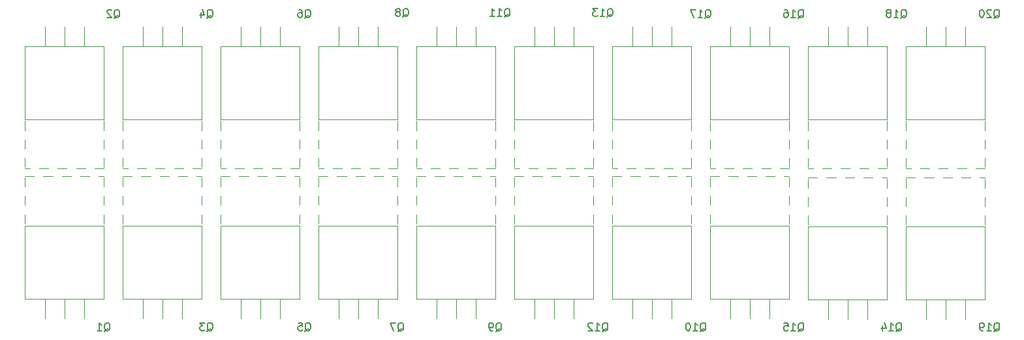
<source format=gbr>
%TF.GenerationSoftware,KiCad,Pcbnew,9.0.0*%
%TF.CreationDate,2025-04-04T10:54:07-06:00*%
%TF.ProjectId,Solenoid Breakout Board,536f6c65-6e6f-4696-9420-427265616b6f,rev?*%
%TF.SameCoordinates,Original*%
%TF.FileFunction,Legend,Bot*%
%TF.FilePolarity,Positive*%
%FSLAX46Y46*%
G04 Gerber Fmt 4.6, Leading zero omitted, Abs format (unit mm)*
G04 Created by KiCad (PCBNEW 9.0.0) date 2025-04-04 10:54:07*
%MOMM*%
%LPD*%
G01*
G04 APERTURE LIST*
%ADD10C,0.150000*%
%ADD11C,0.120000*%
G04 APERTURE END LIST*
D10*
X92170238Y-114605057D02*
X92265476Y-114557438D01*
X92265476Y-114557438D02*
X92360714Y-114462200D01*
X92360714Y-114462200D02*
X92503571Y-114319342D01*
X92503571Y-114319342D02*
X92598809Y-114271723D01*
X92598809Y-114271723D02*
X92694047Y-114271723D01*
X92646428Y-114509819D02*
X92741666Y-114462200D01*
X92741666Y-114462200D02*
X92836904Y-114366961D01*
X92836904Y-114366961D02*
X92884523Y-114176485D01*
X92884523Y-114176485D02*
X92884523Y-113843152D01*
X92884523Y-113843152D02*
X92836904Y-113652676D01*
X92836904Y-113652676D02*
X92741666Y-113557438D01*
X92741666Y-113557438D02*
X92646428Y-113509819D01*
X92646428Y-113509819D02*
X92455952Y-113509819D01*
X92455952Y-113509819D02*
X92360714Y-113557438D01*
X92360714Y-113557438D02*
X92265476Y-113652676D01*
X92265476Y-113652676D02*
X92217857Y-113843152D01*
X92217857Y-113843152D02*
X92217857Y-114176485D01*
X92217857Y-114176485D02*
X92265476Y-114366961D01*
X92265476Y-114366961D02*
X92360714Y-114462200D01*
X92360714Y-114462200D02*
X92455952Y-114509819D01*
X92455952Y-114509819D02*
X92646428Y-114509819D01*
X91313095Y-113509819D02*
X91789285Y-113509819D01*
X91789285Y-113509819D02*
X91836904Y-113986009D01*
X91836904Y-113986009D02*
X91789285Y-113938390D01*
X91789285Y-113938390D02*
X91694047Y-113890771D01*
X91694047Y-113890771D02*
X91455952Y-113890771D01*
X91455952Y-113890771D02*
X91360714Y-113938390D01*
X91360714Y-113938390D02*
X91313095Y-113986009D01*
X91313095Y-113986009D02*
X91265476Y-114081247D01*
X91265476Y-114081247D02*
X91265476Y-114319342D01*
X91265476Y-114319342D02*
X91313095Y-114414580D01*
X91313095Y-114414580D02*
X91360714Y-114462200D01*
X91360714Y-114462200D02*
X91455952Y-114509819D01*
X91455952Y-114509819D02*
X91694047Y-114509819D01*
X91694047Y-114509819D02*
X91789285Y-114462200D01*
X91789285Y-114462200D02*
X91836904Y-114414580D01*
X168846428Y-114605057D02*
X168941666Y-114557438D01*
X168941666Y-114557438D02*
X169036904Y-114462200D01*
X169036904Y-114462200D02*
X169179761Y-114319342D01*
X169179761Y-114319342D02*
X169274999Y-114271723D01*
X169274999Y-114271723D02*
X169370237Y-114271723D01*
X169322618Y-114509819D02*
X169417856Y-114462200D01*
X169417856Y-114462200D02*
X169513094Y-114366961D01*
X169513094Y-114366961D02*
X169560713Y-114176485D01*
X169560713Y-114176485D02*
X169560713Y-113843152D01*
X169560713Y-113843152D02*
X169513094Y-113652676D01*
X169513094Y-113652676D02*
X169417856Y-113557438D01*
X169417856Y-113557438D02*
X169322618Y-113509819D01*
X169322618Y-113509819D02*
X169132142Y-113509819D01*
X169132142Y-113509819D02*
X169036904Y-113557438D01*
X169036904Y-113557438D02*
X168941666Y-113652676D01*
X168941666Y-113652676D02*
X168894047Y-113843152D01*
X168894047Y-113843152D02*
X168894047Y-114176485D01*
X168894047Y-114176485D02*
X168941666Y-114366961D01*
X168941666Y-114366961D02*
X169036904Y-114462200D01*
X169036904Y-114462200D02*
X169132142Y-114509819D01*
X169132142Y-114509819D02*
X169322618Y-114509819D01*
X167941666Y-114509819D02*
X168513094Y-114509819D01*
X168227380Y-114509819D02*
X168227380Y-113509819D01*
X168227380Y-113509819D02*
X168322618Y-113652676D01*
X168322618Y-113652676D02*
X168417856Y-113747914D01*
X168417856Y-113747914D02*
X168513094Y-113795533D01*
X167084523Y-113843152D02*
X167084523Y-114509819D01*
X167322618Y-113462200D02*
X167560713Y-114176485D01*
X167560713Y-114176485D02*
X166941666Y-114176485D01*
X104235238Y-114605057D02*
X104330476Y-114557438D01*
X104330476Y-114557438D02*
X104425714Y-114462200D01*
X104425714Y-114462200D02*
X104568571Y-114319342D01*
X104568571Y-114319342D02*
X104663809Y-114271723D01*
X104663809Y-114271723D02*
X104759047Y-114271723D01*
X104711428Y-114509819D02*
X104806666Y-114462200D01*
X104806666Y-114462200D02*
X104901904Y-114366961D01*
X104901904Y-114366961D02*
X104949523Y-114176485D01*
X104949523Y-114176485D02*
X104949523Y-113843152D01*
X104949523Y-113843152D02*
X104901904Y-113652676D01*
X104901904Y-113652676D02*
X104806666Y-113557438D01*
X104806666Y-113557438D02*
X104711428Y-113509819D01*
X104711428Y-113509819D02*
X104520952Y-113509819D01*
X104520952Y-113509819D02*
X104425714Y-113557438D01*
X104425714Y-113557438D02*
X104330476Y-113652676D01*
X104330476Y-113652676D02*
X104282857Y-113843152D01*
X104282857Y-113843152D02*
X104282857Y-114176485D01*
X104282857Y-114176485D02*
X104330476Y-114366961D01*
X104330476Y-114366961D02*
X104425714Y-114462200D01*
X104425714Y-114462200D02*
X104520952Y-114509819D01*
X104520952Y-114509819D02*
X104711428Y-114509819D01*
X103949523Y-113509819D02*
X103282857Y-113509819D01*
X103282857Y-113509819D02*
X103711428Y-114509819D01*
X104870238Y-73815057D02*
X104965476Y-73767438D01*
X104965476Y-73767438D02*
X105060714Y-73672200D01*
X105060714Y-73672200D02*
X105203571Y-73529342D01*
X105203571Y-73529342D02*
X105298809Y-73481723D01*
X105298809Y-73481723D02*
X105394047Y-73481723D01*
X105346428Y-73719819D02*
X105441666Y-73672200D01*
X105441666Y-73672200D02*
X105536904Y-73576961D01*
X105536904Y-73576961D02*
X105584523Y-73386485D01*
X105584523Y-73386485D02*
X105584523Y-73053152D01*
X105584523Y-73053152D02*
X105536904Y-72862676D01*
X105536904Y-72862676D02*
X105441666Y-72767438D01*
X105441666Y-72767438D02*
X105346428Y-72719819D01*
X105346428Y-72719819D02*
X105155952Y-72719819D01*
X105155952Y-72719819D02*
X105060714Y-72767438D01*
X105060714Y-72767438D02*
X104965476Y-72862676D01*
X104965476Y-72862676D02*
X104917857Y-73053152D01*
X104917857Y-73053152D02*
X104917857Y-73386485D01*
X104917857Y-73386485D02*
X104965476Y-73576961D01*
X104965476Y-73576961D02*
X105060714Y-73672200D01*
X105060714Y-73672200D02*
X105155952Y-73719819D01*
X105155952Y-73719819D02*
X105346428Y-73719819D01*
X104346428Y-73148390D02*
X104441666Y-73100771D01*
X104441666Y-73100771D02*
X104489285Y-73053152D01*
X104489285Y-73053152D02*
X104536904Y-72957914D01*
X104536904Y-72957914D02*
X104536904Y-72910295D01*
X104536904Y-72910295D02*
X104489285Y-72815057D01*
X104489285Y-72815057D02*
X104441666Y-72767438D01*
X104441666Y-72767438D02*
X104346428Y-72719819D01*
X104346428Y-72719819D02*
X104155952Y-72719819D01*
X104155952Y-72719819D02*
X104060714Y-72767438D01*
X104060714Y-72767438D02*
X104013095Y-72815057D01*
X104013095Y-72815057D02*
X103965476Y-72910295D01*
X103965476Y-72910295D02*
X103965476Y-72957914D01*
X103965476Y-72957914D02*
X104013095Y-73053152D01*
X104013095Y-73053152D02*
X104060714Y-73100771D01*
X104060714Y-73100771D02*
X104155952Y-73148390D01*
X104155952Y-73148390D02*
X104346428Y-73148390D01*
X104346428Y-73148390D02*
X104441666Y-73196009D01*
X104441666Y-73196009D02*
X104489285Y-73243628D01*
X104489285Y-73243628D02*
X104536904Y-73338866D01*
X104536904Y-73338866D02*
X104536904Y-73529342D01*
X104536904Y-73529342D02*
X104489285Y-73624580D01*
X104489285Y-73624580D02*
X104441666Y-73672200D01*
X104441666Y-73672200D02*
X104346428Y-73719819D01*
X104346428Y-73719819D02*
X104155952Y-73719819D01*
X104155952Y-73719819D02*
X104060714Y-73672200D01*
X104060714Y-73672200D02*
X104013095Y-73624580D01*
X104013095Y-73624580D02*
X103965476Y-73529342D01*
X103965476Y-73529342D02*
X103965476Y-73338866D01*
X103965476Y-73338866D02*
X104013095Y-73243628D01*
X104013095Y-73243628D02*
X104060714Y-73196009D01*
X104060714Y-73196009D02*
X104155952Y-73148390D01*
X118046428Y-73815057D02*
X118141666Y-73767438D01*
X118141666Y-73767438D02*
X118236904Y-73672200D01*
X118236904Y-73672200D02*
X118379761Y-73529342D01*
X118379761Y-73529342D02*
X118474999Y-73481723D01*
X118474999Y-73481723D02*
X118570237Y-73481723D01*
X118522618Y-73719819D02*
X118617856Y-73672200D01*
X118617856Y-73672200D02*
X118713094Y-73576961D01*
X118713094Y-73576961D02*
X118760713Y-73386485D01*
X118760713Y-73386485D02*
X118760713Y-73053152D01*
X118760713Y-73053152D02*
X118713094Y-72862676D01*
X118713094Y-72862676D02*
X118617856Y-72767438D01*
X118617856Y-72767438D02*
X118522618Y-72719819D01*
X118522618Y-72719819D02*
X118332142Y-72719819D01*
X118332142Y-72719819D02*
X118236904Y-72767438D01*
X118236904Y-72767438D02*
X118141666Y-72862676D01*
X118141666Y-72862676D02*
X118094047Y-73053152D01*
X118094047Y-73053152D02*
X118094047Y-73386485D01*
X118094047Y-73386485D02*
X118141666Y-73576961D01*
X118141666Y-73576961D02*
X118236904Y-73672200D01*
X118236904Y-73672200D02*
X118332142Y-73719819D01*
X118332142Y-73719819D02*
X118522618Y-73719819D01*
X117141666Y-73719819D02*
X117713094Y-73719819D01*
X117427380Y-73719819D02*
X117427380Y-72719819D01*
X117427380Y-72719819D02*
X117522618Y-72862676D01*
X117522618Y-72862676D02*
X117617856Y-72957914D01*
X117617856Y-72957914D02*
X117713094Y-73005533D01*
X116189285Y-73719819D02*
X116760713Y-73719819D01*
X116474999Y-73719819D02*
X116474999Y-72719819D01*
X116474999Y-72719819D02*
X116570237Y-72862676D01*
X116570237Y-72862676D02*
X116665475Y-72957914D01*
X116665475Y-72957914D02*
X116760713Y-73005533D01*
X181546428Y-114605057D02*
X181641666Y-114557438D01*
X181641666Y-114557438D02*
X181736904Y-114462200D01*
X181736904Y-114462200D02*
X181879761Y-114319342D01*
X181879761Y-114319342D02*
X181974999Y-114271723D01*
X181974999Y-114271723D02*
X182070237Y-114271723D01*
X182022618Y-114509819D02*
X182117856Y-114462200D01*
X182117856Y-114462200D02*
X182213094Y-114366961D01*
X182213094Y-114366961D02*
X182260713Y-114176485D01*
X182260713Y-114176485D02*
X182260713Y-113843152D01*
X182260713Y-113843152D02*
X182213094Y-113652676D01*
X182213094Y-113652676D02*
X182117856Y-113557438D01*
X182117856Y-113557438D02*
X182022618Y-113509819D01*
X182022618Y-113509819D02*
X181832142Y-113509819D01*
X181832142Y-113509819D02*
X181736904Y-113557438D01*
X181736904Y-113557438D02*
X181641666Y-113652676D01*
X181641666Y-113652676D02*
X181594047Y-113843152D01*
X181594047Y-113843152D02*
X181594047Y-114176485D01*
X181594047Y-114176485D02*
X181641666Y-114366961D01*
X181641666Y-114366961D02*
X181736904Y-114462200D01*
X181736904Y-114462200D02*
X181832142Y-114509819D01*
X181832142Y-114509819D02*
X182022618Y-114509819D01*
X180641666Y-114509819D02*
X181213094Y-114509819D01*
X180927380Y-114509819D02*
X180927380Y-113509819D01*
X180927380Y-113509819D02*
X181022618Y-113652676D01*
X181022618Y-113652676D02*
X181117856Y-113747914D01*
X181117856Y-113747914D02*
X181213094Y-113795533D01*
X180165475Y-114509819D02*
X179974999Y-114509819D01*
X179974999Y-114509819D02*
X179879761Y-114462200D01*
X179879761Y-114462200D02*
X179832142Y-114414580D01*
X179832142Y-114414580D02*
X179736904Y-114271723D01*
X179736904Y-114271723D02*
X179689285Y-114081247D01*
X179689285Y-114081247D02*
X179689285Y-113700295D01*
X179689285Y-113700295D02*
X179736904Y-113605057D01*
X179736904Y-113605057D02*
X179784523Y-113557438D01*
X179784523Y-113557438D02*
X179879761Y-113509819D01*
X179879761Y-113509819D02*
X180070237Y-113509819D01*
X180070237Y-113509819D02*
X180165475Y-113557438D01*
X180165475Y-113557438D02*
X180213094Y-113605057D01*
X180213094Y-113605057D02*
X180260713Y-113700295D01*
X180260713Y-113700295D02*
X180260713Y-113938390D01*
X180260713Y-113938390D02*
X180213094Y-114033628D01*
X180213094Y-114033628D02*
X180165475Y-114081247D01*
X180165475Y-114081247D02*
X180070237Y-114128866D01*
X180070237Y-114128866D02*
X179879761Y-114128866D01*
X179879761Y-114128866D02*
X179784523Y-114081247D01*
X179784523Y-114081247D02*
X179736904Y-114033628D01*
X179736904Y-114033628D02*
X179689285Y-113938390D01*
X156146428Y-114605057D02*
X156241666Y-114557438D01*
X156241666Y-114557438D02*
X156336904Y-114462200D01*
X156336904Y-114462200D02*
X156479761Y-114319342D01*
X156479761Y-114319342D02*
X156574999Y-114271723D01*
X156574999Y-114271723D02*
X156670237Y-114271723D01*
X156622618Y-114509819D02*
X156717856Y-114462200D01*
X156717856Y-114462200D02*
X156813094Y-114366961D01*
X156813094Y-114366961D02*
X156860713Y-114176485D01*
X156860713Y-114176485D02*
X156860713Y-113843152D01*
X156860713Y-113843152D02*
X156813094Y-113652676D01*
X156813094Y-113652676D02*
X156717856Y-113557438D01*
X156717856Y-113557438D02*
X156622618Y-113509819D01*
X156622618Y-113509819D02*
X156432142Y-113509819D01*
X156432142Y-113509819D02*
X156336904Y-113557438D01*
X156336904Y-113557438D02*
X156241666Y-113652676D01*
X156241666Y-113652676D02*
X156194047Y-113843152D01*
X156194047Y-113843152D02*
X156194047Y-114176485D01*
X156194047Y-114176485D02*
X156241666Y-114366961D01*
X156241666Y-114366961D02*
X156336904Y-114462200D01*
X156336904Y-114462200D02*
X156432142Y-114509819D01*
X156432142Y-114509819D02*
X156622618Y-114509819D01*
X155241666Y-114509819D02*
X155813094Y-114509819D01*
X155527380Y-114509819D02*
X155527380Y-113509819D01*
X155527380Y-113509819D02*
X155622618Y-113652676D01*
X155622618Y-113652676D02*
X155717856Y-113747914D01*
X155717856Y-113747914D02*
X155813094Y-113795533D01*
X154336904Y-113509819D02*
X154813094Y-113509819D01*
X154813094Y-113509819D02*
X154860713Y-113986009D01*
X154860713Y-113986009D02*
X154813094Y-113938390D01*
X154813094Y-113938390D02*
X154717856Y-113890771D01*
X154717856Y-113890771D02*
X154479761Y-113890771D01*
X154479761Y-113890771D02*
X154384523Y-113938390D01*
X154384523Y-113938390D02*
X154336904Y-113986009D01*
X154336904Y-113986009D02*
X154289285Y-114081247D01*
X154289285Y-114081247D02*
X154289285Y-114319342D01*
X154289285Y-114319342D02*
X154336904Y-114414580D01*
X154336904Y-114414580D02*
X154384523Y-114462200D01*
X154384523Y-114462200D02*
X154479761Y-114509819D01*
X154479761Y-114509819D02*
X154717856Y-114509819D01*
X154717856Y-114509819D02*
X154813094Y-114462200D01*
X154813094Y-114462200D02*
X154860713Y-114414580D01*
X131381428Y-73815057D02*
X131476666Y-73767438D01*
X131476666Y-73767438D02*
X131571904Y-73672200D01*
X131571904Y-73672200D02*
X131714761Y-73529342D01*
X131714761Y-73529342D02*
X131809999Y-73481723D01*
X131809999Y-73481723D02*
X131905237Y-73481723D01*
X131857618Y-73719819D02*
X131952856Y-73672200D01*
X131952856Y-73672200D02*
X132048094Y-73576961D01*
X132048094Y-73576961D02*
X132095713Y-73386485D01*
X132095713Y-73386485D02*
X132095713Y-73053152D01*
X132095713Y-73053152D02*
X132048094Y-72862676D01*
X132048094Y-72862676D02*
X131952856Y-72767438D01*
X131952856Y-72767438D02*
X131857618Y-72719819D01*
X131857618Y-72719819D02*
X131667142Y-72719819D01*
X131667142Y-72719819D02*
X131571904Y-72767438D01*
X131571904Y-72767438D02*
X131476666Y-72862676D01*
X131476666Y-72862676D02*
X131429047Y-73053152D01*
X131429047Y-73053152D02*
X131429047Y-73386485D01*
X131429047Y-73386485D02*
X131476666Y-73576961D01*
X131476666Y-73576961D02*
X131571904Y-73672200D01*
X131571904Y-73672200D02*
X131667142Y-73719819D01*
X131667142Y-73719819D02*
X131857618Y-73719819D01*
X130476666Y-73719819D02*
X131048094Y-73719819D01*
X130762380Y-73719819D02*
X130762380Y-72719819D01*
X130762380Y-72719819D02*
X130857618Y-72862676D01*
X130857618Y-72862676D02*
X130952856Y-72957914D01*
X130952856Y-72957914D02*
X131048094Y-73005533D01*
X130143332Y-72719819D02*
X129524285Y-72719819D01*
X129524285Y-72719819D02*
X129857618Y-73100771D01*
X129857618Y-73100771D02*
X129714761Y-73100771D01*
X129714761Y-73100771D02*
X129619523Y-73148390D01*
X129619523Y-73148390D02*
X129571904Y-73196009D01*
X129571904Y-73196009D02*
X129524285Y-73291247D01*
X129524285Y-73291247D02*
X129524285Y-73529342D01*
X129524285Y-73529342D02*
X129571904Y-73624580D01*
X129571904Y-73624580D02*
X129619523Y-73672200D01*
X129619523Y-73672200D02*
X129714761Y-73719819D01*
X129714761Y-73719819D02*
X130000475Y-73719819D01*
X130000475Y-73719819D02*
X130095713Y-73672200D01*
X130095713Y-73672200D02*
X130143332Y-73624580D01*
X130746428Y-114605057D02*
X130841666Y-114557438D01*
X130841666Y-114557438D02*
X130936904Y-114462200D01*
X130936904Y-114462200D02*
X131079761Y-114319342D01*
X131079761Y-114319342D02*
X131174999Y-114271723D01*
X131174999Y-114271723D02*
X131270237Y-114271723D01*
X131222618Y-114509819D02*
X131317856Y-114462200D01*
X131317856Y-114462200D02*
X131413094Y-114366961D01*
X131413094Y-114366961D02*
X131460713Y-114176485D01*
X131460713Y-114176485D02*
X131460713Y-113843152D01*
X131460713Y-113843152D02*
X131413094Y-113652676D01*
X131413094Y-113652676D02*
X131317856Y-113557438D01*
X131317856Y-113557438D02*
X131222618Y-113509819D01*
X131222618Y-113509819D02*
X131032142Y-113509819D01*
X131032142Y-113509819D02*
X130936904Y-113557438D01*
X130936904Y-113557438D02*
X130841666Y-113652676D01*
X130841666Y-113652676D02*
X130794047Y-113843152D01*
X130794047Y-113843152D02*
X130794047Y-114176485D01*
X130794047Y-114176485D02*
X130841666Y-114366961D01*
X130841666Y-114366961D02*
X130936904Y-114462200D01*
X130936904Y-114462200D02*
X131032142Y-114509819D01*
X131032142Y-114509819D02*
X131222618Y-114509819D01*
X129841666Y-114509819D02*
X130413094Y-114509819D01*
X130127380Y-114509819D02*
X130127380Y-113509819D01*
X130127380Y-113509819D02*
X130222618Y-113652676D01*
X130222618Y-113652676D02*
X130317856Y-113747914D01*
X130317856Y-113747914D02*
X130413094Y-113795533D01*
X129460713Y-113605057D02*
X129413094Y-113557438D01*
X129413094Y-113557438D02*
X129317856Y-113509819D01*
X129317856Y-113509819D02*
X129079761Y-113509819D01*
X129079761Y-113509819D02*
X128984523Y-113557438D01*
X128984523Y-113557438D02*
X128936904Y-113605057D01*
X128936904Y-113605057D02*
X128889285Y-113700295D01*
X128889285Y-113700295D02*
X128889285Y-113795533D01*
X128889285Y-113795533D02*
X128936904Y-113938390D01*
X128936904Y-113938390D02*
X129508332Y-114509819D01*
X129508332Y-114509819D02*
X128889285Y-114509819D01*
X181546428Y-73965057D02*
X181641666Y-73917438D01*
X181641666Y-73917438D02*
X181736904Y-73822200D01*
X181736904Y-73822200D02*
X181879761Y-73679342D01*
X181879761Y-73679342D02*
X181974999Y-73631723D01*
X181974999Y-73631723D02*
X182070237Y-73631723D01*
X182022618Y-73869819D02*
X182117856Y-73822200D01*
X182117856Y-73822200D02*
X182213094Y-73726961D01*
X182213094Y-73726961D02*
X182260713Y-73536485D01*
X182260713Y-73536485D02*
X182260713Y-73203152D01*
X182260713Y-73203152D02*
X182213094Y-73012676D01*
X182213094Y-73012676D02*
X182117856Y-72917438D01*
X182117856Y-72917438D02*
X182022618Y-72869819D01*
X182022618Y-72869819D02*
X181832142Y-72869819D01*
X181832142Y-72869819D02*
X181736904Y-72917438D01*
X181736904Y-72917438D02*
X181641666Y-73012676D01*
X181641666Y-73012676D02*
X181594047Y-73203152D01*
X181594047Y-73203152D02*
X181594047Y-73536485D01*
X181594047Y-73536485D02*
X181641666Y-73726961D01*
X181641666Y-73726961D02*
X181736904Y-73822200D01*
X181736904Y-73822200D02*
X181832142Y-73869819D01*
X181832142Y-73869819D02*
X182022618Y-73869819D01*
X181213094Y-72965057D02*
X181165475Y-72917438D01*
X181165475Y-72917438D02*
X181070237Y-72869819D01*
X181070237Y-72869819D02*
X180832142Y-72869819D01*
X180832142Y-72869819D02*
X180736904Y-72917438D01*
X180736904Y-72917438D02*
X180689285Y-72965057D01*
X180689285Y-72965057D02*
X180641666Y-73060295D01*
X180641666Y-73060295D02*
X180641666Y-73155533D01*
X180641666Y-73155533D02*
X180689285Y-73298390D01*
X180689285Y-73298390D02*
X181260713Y-73869819D01*
X181260713Y-73869819D02*
X180641666Y-73869819D01*
X180022618Y-72869819D02*
X179927380Y-72869819D01*
X179927380Y-72869819D02*
X179832142Y-72917438D01*
X179832142Y-72917438D02*
X179784523Y-72965057D01*
X179784523Y-72965057D02*
X179736904Y-73060295D01*
X179736904Y-73060295D02*
X179689285Y-73250771D01*
X179689285Y-73250771D02*
X179689285Y-73488866D01*
X179689285Y-73488866D02*
X179736904Y-73679342D01*
X179736904Y-73679342D02*
X179784523Y-73774580D01*
X179784523Y-73774580D02*
X179832142Y-73822200D01*
X179832142Y-73822200D02*
X179927380Y-73869819D01*
X179927380Y-73869819D02*
X180022618Y-73869819D01*
X180022618Y-73869819D02*
X180117856Y-73822200D01*
X180117856Y-73822200D02*
X180165475Y-73774580D01*
X180165475Y-73774580D02*
X180213094Y-73679342D01*
X180213094Y-73679342D02*
X180260713Y-73488866D01*
X180260713Y-73488866D02*
X180260713Y-73250771D01*
X180260713Y-73250771D02*
X180213094Y-73060295D01*
X180213094Y-73060295D02*
X180165475Y-72965057D01*
X180165475Y-72965057D02*
X180117856Y-72917438D01*
X180117856Y-72917438D02*
X180022618Y-72869819D01*
X156146428Y-73965057D02*
X156241666Y-73917438D01*
X156241666Y-73917438D02*
X156336904Y-73822200D01*
X156336904Y-73822200D02*
X156479761Y-73679342D01*
X156479761Y-73679342D02*
X156574999Y-73631723D01*
X156574999Y-73631723D02*
X156670237Y-73631723D01*
X156622618Y-73869819D02*
X156717856Y-73822200D01*
X156717856Y-73822200D02*
X156813094Y-73726961D01*
X156813094Y-73726961D02*
X156860713Y-73536485D01*
X156860713Y-73536485D02*
X156860713Y-73203152D01*
X156860713Y-73203152D02*
X156813094Y-73012676D01*
X156813094Y-73012676D02*
X156717856Y-72917438D01*
X156717856Y-72917438D02*
X156622618Y-72869819D01*
X156622618Y-72869819D02*
X156432142Y-72869819D01*
X156432142Y-72869819D02*
X156336904Y-72917438D01*
X156336904Y-72917438D02*
X156241666Y-73012676D01*
X156241666Y-73012676D02*
X156194047Y-73203152D01*
X156194047Y-73203152D02*
X156194047Y-73536485D01*
X156194047Y-73536485D02*
X156241666Y-73726961D01*
X156241666Y-73726961D02*
X156336904Y-73822200D01*
X156336904Y-73822200D02*
X156432142Y-73869819D01*
X156432142Y-73869819D02*
X156622618Y-73869819D01*
X155241666Y-73869819D02*
X155813094Y-73869819D01*
X155527380Y-73869819D02*
X155527380Y-72869819D01*
X155527380Y-72869819D02*
X155622618Y-73012676D01*
X155622618Y-73012676D02*
X155717856Y-73107914D01*
X155717856Y-73107914D02*
X155813094Y-73155533D01*
X154384523Y-72869819D02*
X154574999Y-72869819D01*
X154574999Y-72869819D02*
X154670237Y-72917438D01*
X154670237Y-72917438D02*
X154717856Y-72965057D01*
X154717856Y-72965057D02*
X154813094Y-73107914D01*
X154813094Y-73107914D02*
X154860713Y-73298390D01*
X154860713Y-73298390D02*
X154860713Y-73679342D01*
X154860713Y-73679342D02*
X154813094Y-73774580D01*
X154813094Y-73774580D02*
X154765475Y-73822200D01*
X154765475Y-73822200D02*
X154670237Y-73869819D01*
X154670237Y-73869819D02*
X154479761Y-73869819D01*
X154479761Y-73869819D02*
X154384523Y-73822200D01*
X154384523Y-73822200D02*
X154336904Y-73774580D01*
X154336904Y-73774580D02*
X154289285Y-73679342D01*
X154289285Y-73679342D02*
X154289285Y-73441247D01*
X154289285Y-73441247D02*
X154336904Y-73346009D01*
X154336904Y-73346009D02*
X154384523Y-73298390D01*
X154384523Y-73298390D02*
X154479761Y-73250771D01*
X154479761Y-73250771D02*
X154670237Y-73250771D01*
X154670237Y-73250771D02*
X154765475Y-73298390D01*
X154765475Y-73298390D02*
X154813094Y-73346009D01*
X154813094Y-73346009D02*
X154860713Y-73441247D01*
X116935238Y-114605057D02*
X117030476Y-114557438D01*
X117030476Y-114557438D02*
X117125714Y-114462200D01*
X117125714Y-114462200D02*
X117268571Y-114319342D01*
X117268571Y-114319342D02*
X117363809Y-114271723D01*
X117363809Y-114271723D02*
X117459047Y-114271723D01*
X117411428Y-114509819D02*
X117506666Y-114462200D01*
X117506666Y-114462200D02*
X117601904Y-114366961D01*
X117601904Y-114366961D02*
X117649523Y-114176485D01*
X117649523Y-114176485D02*
X117649523Y-113843152D01*
X117649523Y-113843152D02*
X117601904Y-113652676D01*
X117601904Y-113652676D02*
X117506666Y-113557438D01*
X117506666Y-113557438D02*
X117411428Y-113509819D01*
X117411428Y-113509819D02*
X117220952Y-113509819D01*
X117220952Y-113509819D02*
X117125714Y-113557438D01*
X117125714Y-113557438D02*
X117030476Y-113652676D01*
X117030476Y-113652676D02*
X116982857Y-113843152D01*
X116982857Y-113843152D02*
X116982857Y-114176485D01*
X116982857Y-114176485D02*
X117030476Y-114366961D01*
X117030476Y-114366961D02*
X117125714Y-114462200D01*
X117125714Y-114462200D02*
X117220952Y-114509819D01*
X117220952Y-114509819D02*
X117411428Y-114509819D01*
X116506666Y-114509819D02*
X116316190Y-114509819D01*
X116316190Y-114509819D02*
X116220952Y-114462200D01*
X116220952Y-114462200D02*
X116173333Y-114414580D01*
X116173333Y-114414580D02*
X116078095Y-114271723D01*
X116078095Y-114271723D02*
X116030476Y-114081247D01*
X116030476Y-114081247D02*
X116030476Y-113700295D01*
X116030476Y-113700295D02*
X116078095Y-113605057D01*
X116078095Y-113605057D02*
X116125714Y-113557438D01*
X116125714Y-113557438D02*
X116220952Y-113509819D01*
X116220952Y-113509819D02*
X116411428Y-113509819D01*
X116411428Y-113509819D02*
X116506666Y-113557438D01*
X116506666Y-113557438D02*
X116554285Y-113605057D01*
X116554285Y-113605057D02*
X116601904Y-113700295D01*
X116601904Y-113700295D02*
X116601904Y-113938390D01*
X116601904Y-113938390D02*
X116554285Y-114033628D01*
X116554285Y-114033628D02*
X116506666Y-114081247D01*
X116506666Y-114081247D02*
X116411428Y-114128866D01*
X116411428Y-114128866D02*
X116220952Y-114128866D01*
X116220952Y-114128866D02*
X116125714Y-114081247D01*
X116125714Y-114081247D02*
X116078095Y-114033628D01*
X116078095Y-114033628D02*
X116030476Y-113938390D01*
X92170238Y-73965057D02*
X92265476Y-73917438D01*
X92265476Y-73917438D02*
X92360714Y-73822200D01*
X92360714Y-73822200D02*
X92503571Y-73679342D01*
X92503571Y-73679342D02*
X92598809Y-73631723D01*
X92598809Y-73631723D02*
X92694047Y-73631723D01*
X92646428Y-73869819D02*
X92741666Y-73822200D01*
X92741666Y-73822200D02*
X92836904Y-73726961D01*
X92836904Y-73726961D02*
X92884523Y-73536485D01*
X92884523Y-73536485D02*
X92884523Y-73203152D01*
X92884523Y-73203152D02*
X92836904Y-73012676D01*
X92836904Y-73012676D02*
X92741666Y-72917438D01*
X92741666Y-72917438D02*
X92646428Y-72869819D01*
X92646428Y-72869819D02*
X92455952Y-72869819D01*
X92455952Y-72869819D02*
X92360714Y-72917438D01*
X92360714Y-72917438D02*
X92265476Y-73012676D01*
X92265476Y-73012676D02*
X92217857Y-73203152D01*
X92217857Y-73203152D02*
X92217857Y-73536485D01*
X92217857Y-73536485D02*
X92265476Y-73726961D01*
X92265476Y-73726961D02*
X92360714Y-73822200D01*
X92360714Y-73822200D02*
X92455952Y-73869819D01*
X92455952Y-73869819D02*
X92646428Y-73869819D01*
X91360714Y-72869819D02*
X91551190Y-72869819D01*
X91551190Y-72869819D02*
X91646428Y-72917438D01*
X91646428Y-72917438D02*
X91694047Y-72965057D01*
X91694047Y-72965057D02*
X91789285Y-73107914D01*
X91789285Y-73107914D02*
X91836904Y-73298390D01*
X91836904Y-73298390D02*
X91836904Y-73679342D01*
X91836904Y-73679342D02*
X91789285Y-73774580D01*
X91789285Y-73774580D02*
X91741666Y-73822200D01*
X91741666Y-73822200D02*
X91646428Y-73869819D01*
X91646428Y-73869819D02*
X91455952Y-73869819D01*
X91455952Y-73869819D02*
X91360714Y-73822200D01*
X91360714Y-73822200D02*
X91313095Y-73774580D01*
X91313095Y-73774580D02*
X91265476Y-73679342D01*
X91265476Y-73679342D02*
X91265476Y-73441247D01*
X91265476Y-73441247D02*
X91313095Y-73346009D01*
X91313095Y-73346009D02*
X91360714Y-73298390D01*
X91360714Y-73298390D02*
X91455952Y-73250771D01*
X91455952Y-73250771D02*
X91646428Y-73250771D01*
X91646428Y-73250771D02*
X91741666Y-73298390D01*
X91741666Y-73298390D02*
X91789285Y-73346009D01*
X91789285Y-73346009D02*
X91836904Y-73441247D01*
X67405238Y-73965057D02*
X67500476Y-73917438D01*
X67500476Y-73917438D02*
X67595714Y-73822200D01*
X67595714Y-73822200D02*
X67738571Y-73679342D01*
X67738571Y-73679342D02*
X67833809Y-73631723D01*
X67833809Y-73631723D02*
X67929047Y-73631723D01*
X67881428Y-73869819D02*
X67976666Y-73822200D01*
X67976666Y-73822200D02*
X68071904Y-73726961D01*
X68071904Y-73726961D02*
X68119523Y-73536485D01*
X68119523Y-73536485D02*
X68119523Y-73203152D01*
X68119523Y-73203152D02*
X68071904Y-73012676D01*
X68071904Y-73012676D02*
X67976666Y-72917438D01*
X67976666Y-72917438D02*
X67881428Y-72869819D01*
X67881428Y-72869819D02*
X67690952Y-72869819D01*
X67690952Y-72869819D02*
X67595714Y-72917438D01*
X67595714Y-72917438D02*
X67500476Y-73012676D01*
X67500476Y-73012676D02*
X67452857Y-73203152D01*
X67452857Y-73203152D02*
X67452857Y-73536485D01*
X67452857Y-73536485D02*
X67500476Y-73726961D01*
X67500476Y-73726961D02*
X67595714Y-73822200D01*
X67595714Y-73822200D02*
X67690952Y-73869819D01*
X67690952Y-73869819D02*
X67881428Y-73869819D01*
X67071904Y-72965057D02*
X67024285Y-72917438D01*
X67024285Y-72917438D02*
X66929047Y-72869819D01*
X66929047Y-72869819D02*
X66690952Y-72869819D01*
X66690952Y-72869819D02*
X66595714Y-72917438D01*
X66595714Y-72917438D02*
X66548095Y-72965057D01*
X66548095Y-72965057D02*
X66500476Y-73060295D01*
X66500476Y-73060295D02*
X66500476Y-73155533D01*
X66500476Y-73155533D02*
X66548095Y-73298390D01*
X66548095Y-73298390D02*
X67119523Y-73869819D01*
X67119523Y-73869819D02*
X66500476Y-73869819D01*
X79470238Y-114605057D02*
X79565476Y-114557438D01*
X79565476Y-114557438D02*
X79660714Y-114462200D01*
X79660714Y-114462200D02*
X79803571Y-114319342D01*
X79803571Y-114319342D02*
X79898809Y-114271723D01*
X79898809Y-114271723D02*
X79994047Y-114271723D01*
X79946428Y-114509819D02*
X80041666Y-114462200D01*
X80041666Y-114462200D02*
X80136904Y-114366961D01*
X80136904Y-114366961D02*
X80184523Y-114176485D01*
X80184523Y-114176485D02*
X80184523Y-113843152D01*
X80184523Y-113843152D02*
X80136904Y-113652676D01*
X80136904Y-113652676D02*
X80041666Y-113557438D01*
X80041666Y-113557438D02*
X79946428Y-113509819D01*
X79946428Y-113509819D02*
X79755952Y-113509819D01*
X79755952Y-113509819D02*
X79660714Y-113557438D01*
X79660714Y-113557438D02*
X79565476Y-113652676D01*
X79565476Y-113652676D02*
X79517857Y-113843152D01*
X79517857Y-113843152D02*
X79517857Y-114176485D01*
X79517857Y-114176485D02*
X79565476Y-114366961D01*
X79565476Y-114366961D02*
X79660714Y-114462200D01*
X79660714Y-114462200D02*
X79755952Y-114509819D01*
X79755952Y-114509819D02*
X79946428Y-114509819D01*
X79184523Y-113509819D02*
X78565476Y-113509819D01*
X78565476Y-113509819D02*
X78898809Y-113890771D01*
X78898809Y-113890771D02*
X78755952Y-113890771D01*
X78755952Y-113890771D02*
X78660714Y-113938390D01*
X78660714Y-113938390D02*
X78613095Y-113986009D01*
X78613095Y-113986009D02*
X78565476Y-114081247D01*
X78565476Y-114081247D02*
X78565476Y-114319342D01*
X78565476Y-114319342D02*
X78613095Y-114414580D01*
X78613095Y-114414580D02*
X78660714Y-114462200D01*
X78660714Y-114462200D02*
X78755952Y-114509819D01*
X78755952Y-114509819D02*
X79041666Y-114509819D01*
X79041666Y-114509819D02*
X79136904Y-114462200D01*
X79136904Y-114462200D02*
X79184523Y-114414580D01*
X144081428Y-73965057D02*
X144176666Y-73917438D01*
X144176666Y-73917438D02*
X144271904Y-73822200D01*
X144271904Y-73822200D02*
X144414761Y-73679342D01*
X144414761Y-73679342D02*
X144509999Y-73631723D01*
X144509999Y-73631723D02*
X144605237Y-73631723D01*
X144557618Y-73869819D02*
X144652856Y-73822200D01*
X144652856Y-73822200D02*
X144748094Y-73726961D01*
X144748094Y-73726961D02*
X144795713Y-73536485D01*
X144795713Y-73536485D02*
X144795713Y-73203152D01*
X144795713Y-73203152D02*
X144748094Y-73012676D01*
X144748094Y-73012676D02*
X144652856Y-72917438D01*
X144652856Y-72917438D02*
X144557618Y-72869819D01*
X144557618Y-72869819D02*
X144367142Y-72869819D01*
X144367142Y-72869819D02*
X144271904Y-72917438D01*
X144271904Y-72917438D02*
X144176666Y-73012676D01*
X144176666Y-73012676D02*
X144129047Y-73203152D01*
X144129047Y-73203152D02*
X144129047Y-73536485D01*
X144129047Y-73536485D02*
X144176666Y-73726961D01*
X144176666Y-73726961D02*
X144271904Y-73822200D01*
X144271904Y-73822200D02*
X144367142Y-73869819D01*
X144367142Y-73869819D02*
X144557618Y-73869819D01*
X143176666Y-73869819D02*
X143748094Y-73869819D01*
X143462380Y-73869819D02*
X143462380Y-72869819D01*
X143462380Y-72869819D02*
X143557618Y-73012676D01*
X143557618Y-73012676D02*
X143652856Y-73107914D01*
X143652856Y-73107914D02*
X143748094Y-73155533D01*
X142843332Y-72869819D02*
X142176666Y-72869819D01*
X142176666Y-72869819D02*
X142605237Y-73869819D01*
X169481428Y-73965057D02*
X169576666Y-73917438D01*
X169576666Y-73917438D02*
X169671904Y-73822200D01*
X169671904Y-73822200D02*
X169814761Y-73679342D01*
X169814761Y-73679342D02*
X169909999Y-73631723D01*
X169909999Y-73631723D02*
X170005237Y-73631723D01*
X169957618Y-73869819D02*
X170052856Y-73822200D01*
X170052856Y-73822200D02*
X170148094Y-73726961D01*
X170148094Y-73726961D02*
X170195713Y-73536485D01*
X170195713Y-73536485D02*
X170195713Y-73203152D01*
X170195713Y-73203152D02*
X170148094Y-73012676D01*
X170148094Y-73012676D02*
X170052856Y-72917438D01*
X170052856Y-72917438D02*
X169957618Y-72869819D01*
X169957618Y-72869819D02*
X169767142Y-72869819D01*
X169767142Y-72869819D02*
X169671904Y-72917438D01*
X169671904Y-72917438D02*
X169576666Y-73012676D01*
X169576666Y-73012676D02*
X169529047Y-73203152D01*
X169529047Y-73203152D02*
X169529047Y-73536485D01*
X169529047Y-73536485D02*
X169576666Y-73726961D01*
X169576666Y-73726961D02*
X169671904Y-73822200D01*
X169671904Y-73822200D02*
X169767142Y-73869819D01*
X169767142Y-73869819D02*
X169957618Y-73869819D01*
X168576666Y-73869819D02*
X169148094Y-73869819D01*
X168862380Y-73869819D02*
X168862380Y-72869819D01*
X168862380Y-72869819D02*
X168957618Y-73012676D01*
X168957618Y-73012676D02*
X169052856Y-73107914D01*
X169052856Y-73107914D02*
X169148094Y-73155533D01*
X168005237Y-73298390D02*
X168100475Y-73250771D01*
X168100475Y-73250771D02*
X168148094Y-73203152D01*
X168148094Y-73203152D02*
X168195713Y-73107914D01*
X168195713Y-73107914D02*
X168195713Y-73060295D01*
X168195713Y-73060295D02*
X168148094Y-72965057D01*
X168148094Y-72965057D02*
X168100475Y-72917438D01*
X168100475Y-72917438D02*
X168005237Y-72869819D01*
X168005237Y-72869819D02*
X167814761Y-72869819D01*
X167814761Y-72869819D02*
X167719523Y-72917438D01*
X167719523Y-72917438D02*
X167671904Y-72965057D01*
X167671904Y-72965057D02*
X167624285Y-73060295D01*
X167624285Y-73060295D02*
X167624285Y-73107914D01*
X167624285Y-73107914D02*
X167671904Y-73203152D01*
X167671904Y-73203152D02*
X167719523Y-73250771D01*
X167719523Y-73250771D02*
X167814761Y-73298390D01*
X167814761Y-73298390D02*
X168005237Y-73298390D01*
X168005237Y-73298390D02*
X168100475Y-73346009D01*
X168100475Y-73346009D02*
X168148094Y-73393628D01*
X168148094Y-73393628D02*
X168195713Y-73488866D01*
X168195713Y-73488866D02*
X168195713Y-73679342D01*
X168195713Y-73679342D02*
X168148094Y-73774580D01*
X168148094Y-73774580D02*
X168100475Y-73822200D01*
X168100475Y-73822200D02*
X168005237Y-73869819D01*
X168005237Y-73869819D02*
X167814761Y-73869819D01*
X167814761Y-73869819D02*
X167719523Y-73822200D01*
X167719523Y-73822200D02*
X167671904Y-73774580D01*
X167671904Y-73774580D02*
X167624285Y-73679342D01*
X167624285Y-73679342D02*
X167624285Y-73488866D01*
X167624285Y-73488866D02*
X167671904Y-73393628D01*
X167671904Y-73393628D02*
X167719523Y-73346009D01*
X167719523Y-73346009D02*
X167814761Y-73298390D01*
X66135238Y-114605057D02*
X66230476Y-114557438D01*
X66230476Y-114557438D02*
X66325714Y-114462200D01*
X66325714Y-114462200D02*
X66468571Y-114319342D01*
X66468571Y-114319342D02*
X66563809Y-114271723D01*
X66563809Y-114271723D02*
X66659047Y-114271723D01*
X66611428Y-114509819D02*
X66706666Y-114462200D01*
X66706666Y-114462200D02*
X66801904Y-114366961D01*
X66801904Y-114366961D02*
X66849523Y-114176485D01*
X66849523Y-114176485D02*
X66849523Y-113843152D01*
X66849523Y-113843152D02*
X66801904Y-113652676D01*
X66801904Y-113652676D02*
X66706666Y-113557438D01*
X66706666Y-113557438D02*
X66611428Y-113509819D01*
X66611428Y-113509819D02*
X66420952Y-113509819D01*
X66420952Y-113509819D02*
X66325714Y-113557438D01*
X66325714Y-113557438D02*
X66230476Y-113652676D01*
X66230476Y-113652676D02*
X66182857Y-113843152D01*
X66182857Y-113843152D02*
X66182857Y-114176485D01*
X66182857Y-114176485D02*
X66230476Y-114366961D01*
X66230476Y-114366961D02*
X66325714Y-114462200D01*
X66325714Y-114462200D02*
X66420952Y-114509819D01*
X66420952Y-114509819D02*
X66611428Y-114509819D01*
X65230476Y-114509819D02*
X65801904Y-114509819D01*
X65516190Y-114509819D02*
X65516190Y-113509819D01*
X65516190Y-113509819D02*
X65611428Y-113652676D01*
X65611428Y-113652676D02*
X65706666Y-113747914D01*
X65706666Y-113747914D02*
X65801904Y-113795533D01*
X79470238Y-73965057D02*
X79565476Y-73917438D01*
X79565476Y-73917438D02*
X79660714Y-73822200D01*
X79660714Y-73822200D02*
X79803571Y-73679342D01*
X79803571Y-73679342D02*
X79898809Y-73631723D01*
X79898809Y-73631723D02*
X79994047Y-73631723D01*
X79946428Y-73869819D02*
X80041666Y-73822200D01*
X80041666Y-73822200D02*
X80136904Y-73726961D01*
X80136904Y-73726961D02*
X80184523Y-73536485D01*
X80184523Y-73536485D02*
X80184523Y-73203152D01*
X80184523Y-73203152D02*
X80136904Y-73012676D01*
X80136904Y-73012676D02*
X80041666Y-72917438D01*
X80041666Y-72917438D02*
X79946428Y-72869819D01*
X79946428Y-72869819D02*
X79755952Y-72869819D01*
X79755952Y-72869819D02*
X79660714Y-72917438D01*
X79660714Y-72917438D02*
X79565476Y-73012676D01*
X79565476Y-73012676D02*
X79517857Y-73203152D01*
X79517857Y-73203152D02*
X79517857Y-73536485D01*
X79517857Y-73536485D02*
X79565476Y-73726961D01*
X79565476Y-73726961D02*
X79660714Y-73822200D01*
X79660714Y-73822200D02*
X79755952Y-73869819D01*
X79755952Y-73869819D02*
X79946428Y-73869819D01*
X78660714Y-73203152D02*
X78660714Y-73869819D01*
X78898809Y-72822200D02*
X79136904Y-73536485D01*
X79136904Y-73536485D02*
X78517857Y-73536485D01*
X143446428Y-114605057D02*
X143541666Y-114557438D01*
X143541666Y-114557438D02*
X143636904Y-114462200D01*
X143636904Y-114462200D02*
X143779761Y-114319342D01*
X143779761Y-114319342D02*
X143874999Y-114271723D01*
X143874999Y-114271723D02*
X143970237Y-114271723D01*
X143922618Y-114509819D02*
X144017856Y-114462200D01*
X144017856Y-114462200D02*
X144113094Y-114366961D01*
X144113094Y-114366961D02*
X144160713Y-114176485D01*
X144160713Y-114176485D02*
X144160713Y-113843152D01*
X144160713Y-113843152D02*
X144113094Y-113652676D01*
X144113094Y-113652676D02*
X144017856Y-113557438D01*
X144017856Y-113557438D02*
X143922618Y-113509819D01*
X143922618Y-113509819D02*
X143732142Y-113509819D01*
X143732142Y-113509819D02*
X143636904Y-113557438D01*
X143636904Y-113557438D02*
X143541666Y-113652676D01*
X143541666Y-113652676D02*
X143494047Y-113843152D01*
X143494047Y-113843152D02*
X143494047Y-114176485D01*
X143494047Y-114176485D02*
X143541666Y-114366961D01*
X143541666Y-114366961D02*
X143636904Y-114462200D01*
X143636904Y-114462200D02*
X143732142Y-114509819D01*
X143732142Y-114509819D02*
X143922618Y-114509819D01*
X142541666Y-114509819D02*
X143113094Y-114509819D01*
X142827380Y-114509819D02*
X142827380Y-113509819D01*
X142827380Y-113509819D02*
X142922618Y-113652676D01*
X142922618Y-113652676D02*
X143017856Y-113747914D01*
X143017856Y-113747914D02*
X143113094Y-113795533D01*
X141922618Y-113509819D02*
X141827380Y-113509819D01*
X141827380Y-113509819D02*
X141732142Y-113557438D01*
X141732142Y-113557438D02*
X141684523Y-113605057D01*
X141684523Y-113605057D02*
X141636904Y-113700295D01*
X141636904Y-113700295D02*
X141589285Y-113890771D01*
X141589285Y-113890771D02*
X141589285Y-114128866D01*
X141589285Y-114128866D02*
X141636904Y-114319342D01*
X141636904Y-114319342D02*
X141684523Y-114414580D01*
X141684523Y-114414580D02*
X141732142Y-114462200D01*
X141732142Y-114462200D02*
X141827380Y-114509819D01*
X141827380Y-114509819D02*
X141922618Y-114509819D01*
X141922618Y-114509819D02*
X142017856Y-114462200D01*
X142017856Y-114462200D02*
X142065475Y-114414580D01*
X142065475Y-114414580D02*
X142113094Y-114319342D01*
X142113094Y-114319342D02*
X142160713Y-114128866D01*
X142160713Y-114128866D02*
X142160713Y-113890771D01*
X142160713Y-113890771D02*
X142113094Y-113700295D01*
X142113094Y-113700295D02*
X142065475Y-113605057D01*
X142065475Y-113605057D02*
X142017856Y-113557438D01*
X142017856Y-113557438D02*
X141922618Y-113509819D01*
D11*
%TO.C,Q5*%
X81240000Y-94475000D02*
X82440000Y-94475000D01*
X81240000Y-95835000D02*
X81240000Y-94635000D01*
X81240000Y-98235000D02*
X81240000Y-97035000D01*
X81240000Y-100635000D02*
X81240000Y-99435000D01*
X81240000Y-100875000D02*
X91480000Y-100875000D01*
X81240000Y-110365000D02*
X81240000Y-100875000D01*
X81240000Y-110365000D02*
X91480000Y-110365000D01*
X83639000Y-94475000D02*
X84840000Y-94475000D01*
X83820000Y-112905000D02*
X83820000Y-110365000D01*
X86040000Y-94475000D02*
X87240000Y-94475000D01*
X86360000Y-112905000D02*
X86360000Y-110365000D01*
X88440000Y-94475000D02*
X89640000Y-94475000D01*
X88900000Y-112905000D02*
X88900000Y-110365000D01*
X90840000Y-94475000D02*
X91480000Y-94475000D01*
X91480000Y-95835000D02*
X91480000Y-94635000D01*
X91480000Y-98235000D02*
X91480000Y-97035000D01*
X91480000Y-100635000D02*
X91480000Y-99435000D01*
X91480000Y-110365000D02*
X91480000Y-100875000D01*
%TO.C,Q14*%
X157440000Y-94625000D02*
X158640000Y-94625000D01*
X157440000Y-95985000D02*
X157440000Y-94785000D01*
X157440000Y-98385000D02*
X157440000Y-97185000D01*
X157440000Y-100785000D02*
X157440000Y-99585000D01*
X157440000Y-101025000D02*
X167680000Y-101025000D01*
X157440000Y-110515000D02*
X157440000Y-101025000D01*
X157440000Y-110515000D02*
X167680000Y-110515000D01*
X159839000Y-94625000D02*
X161040000Y-94625000D01*
X160020000Y-113055000D02*
X160020000Y-110515000D01*
X162240000Y-94625000D02*
X163440000Y-94625000D01*
X162560000Y-113055000D02*
X162560000Y-110515000D01*
X164640000Y-94625000D02*
X165840000Y-94625000D01*
X165100000Y-113055000D02*
X165100000Y-110515000D01*
X167040000Y-94625000D02*
X167680000Y-94625000D01*
X167680000Y-95985000D02*
X167680000Y-94785000D01*
X167680000Y-98385000D02*
X167680000Y-97185000D01*
X167680000Y-100785000D02*
X167680000Y-99585000D01*
X167680000Y-110515000D02*
X167680000Y-101025000D01*
%TO.C,Q7*%
X93940000Y-94475000D02*
X95140000Y-94475000D01*
X93940000Y-95835000D02*
X93940000Y-94635000D01*
X93940000Y-98235000D02*
X93940000Y-97035000D01*
X93940000Y-100635000D02*
X93940000Y-99435000D01*
X93940000Y-100875000D02*
X104180000Y-100875000D01*
X93940000Y-110365000D02*
X93940000Y-100875000D01*
X93940000Y-110365000D02*
X104180000Y-110365000D01*
X96339000Y-94475000D02*
X97540000Y-94475000D01*
X96520000Y-112905000D02*
X96520000Y-110365000D01*
X98740000Y-94475000D02*
X99940000Y-94475000D01*
X99060000Y-112905000D02*
X99060000Y-110365000D01*
X101140000Y-94475000D02*
X102340000Y-94475000D01*
X101600000Y-112905000D02*
X101600000Y-110365000D01*
X103540000Y-94475000D02*
X104180000Y-94475000D01*
X104180000Y-95835000D02*
X104180000Y-94635000D01*
X104180000Y-98235000D02*
X104180000Y-97035000D01*
X104180000Y-100635000D02*
X104180000Y-99435000D01*
X104180000Y-110365000D02*
X104180000Y-100875000D01*
%TO.C,Q8*%
X93940000Y-77590000D02*
X93940000Y-87080000D01*
X93940000Y-87320000D02*
X93940000Y-88520000D01*
X93940000Y-89720000D02*
X93940000Y-90920000D01*
X93940000Y-92120000D02*
X93940000Y-93320000D01*
X94580000Y-93480000D02*
X93940000Y-93480000D01*
X96520000Y-75050000D02*
X96520000Y-77590000D01*
X96980000Y-93480000D02*
X95780000Y-93480000D01*
X99060000Y-75050000D02*
X99060000Y-77590000D01*
X99380000Y-93480000D02*
X98180000Y-93480000D01*
X101600000Y-75050000D02*
X101600000Y-77590000D01*
X101781000Y-93480000D02*
X100580000Y-93480000D01*
X104180000Y-77590000D02*
X93940000Y-77590000D01*
X104180000Y-77590000D02*
X104180000Y-87080000D01*
X104180000Y-87080000D02*
X93940000Y-87080000D01*
X104180000Y-87320000D02*
X104180000Y-88520000D01*
X104180000Y-89720000D02*
X104180000Y-90920000D01*
X104180000Y-92120000D02*
X104180000Y-93320000D01*
X104180000Y-93480000D02*
X102980000Y-93480000D01*
%TO.C,Q11*%
X106640000Y-77590000D02*
X106640000Y-87080000D01*
X106640000Y-87320000D02*
X106640000Y-88520000D01*
X106640000Y-89720000D02*
X106640000Y-90920000D01*
X106640000Y-92120000D02*
X106640000Y-93320000D01*
X107280000Y-93480000D02*
X106640000Y-93480000D01*
X109220000Y-75050000D02*
X109220000Y-77590000D01*
X109680000Y-93480000D02*
X108480000Y-93480000D01*
X111760000Y-75050000D02*
X111760000Y-77590000D01*
X112080000Y-93480000D02*
X110880000Y-93480000D01*
X114300000Y-75050000D02*
X114300000Y-77590000D01*
X114481000Y-93480000D02*
X113280000Y-93480000D01*
X116880000Y-77590000D02*
X106640000Y-77590000D01*
X116880000Y-77590000D02*
X116880000Y-87080000D01*
X116880000Y-87080000D02*
X106640000Y-87080000D01*
X116880000Y-87320000D02*
X116880000Y-88520000D01*
X116880000Y-89720000D02*
X116880000Y-90920000D01*
X116880000Y-92120000D02*
X116880000Y-93320000D01*
X116880000Y-93480000D02*
X115680000Y-93480000D01*
%TO.C,Q19*%
X170140000Y-94625000D02*
X171340000Y-94625000D01*
X170140000Y-95985000D02*
X170140000Y-94785000D01*
X170140000Y-98385000D02*
X170140000Y-97185000D01*
X170140000Y-100785000D02*
X170140000Y-99585000D01*
X170140000Y-101025000D02*
X180380000Y-101025000D01*
X170140000Y-110515000D02*
X170140000Y-101025000D01*
X170140000Y-110515000D02*
X180380000Y-110515000D01*
X172539000Y-94625000D02*
X173740000Y-94625000D01*
X172720000Y-113055000D02*
X172720000Y-110515000D01*
X174940000Y-94625000D02*
X176140000Y-94625000D01*
X175260000Y-113055000D02*
X175260000Y-110515000D01*
X177340000Y-94625000D02*
X178540000Y-94625000D01*
X177800000Y-113055000D02*
X177800000Y-110515000D01*
X179740000Y-94625000D02*
X180380000Y-94625000D01*
X180380000Y-95985000D02*
X180380000Y-94785000D01*
X180380000Y-98385000D02*
X180380000Y-97185000D01*
X180380000Y-100785000D02*
X180380000Y-99585000D01*
X180380000Y-110515000D02*
X180380000Y-101025000D01*
%TO.C,Q15*%
X144740000Y-94475000D02*
X145940000Y-94475000D01*
X144740000Y-95835000D02*
X144740000Y-94635000D01*
X144740000Y-98235000D02*
X144740000Y-97035000D01*
X144740000Y-100635000D02*
X144740000Y-99435000D01*
X144740000Y-100875000D02*
X154980000Y-100875000D01*
X144740000Y-110365000D02*
X144740000Y-100875000D01*
X144740000Y-110365000D02*
X154980000Y-110365000D01*
X147139000Y-94475000D02*
X148340000Y-94475000D01*
X147320000Y-112905000D02*
X147320000Y-110365000D01*
X149540000Y-94475000D02*
X150740000Y-94475000D01*
X149860000Y-112905000D02*
X149860000Y-110365000D01*
X151940000Y-94475000D02*
X153140000Y-94475000D01*
X152400000Y-112905000D02*
X152400000Y-110365000D01*
X154340000Y-94475000D02*
X154980000Y-94475000D01*
X154980000Y-95835000D02*
X154980000Y-94635000D01*
X154980000Y-98235000D02*
X154980000Y-97035000D01*
X154980000Y-100635000D02*
X154980000Y-99435000D01*
X154980000Y-110365000D02*
X154980000Y-100875000D01*
%TO.C,Q13*%
X119340000Y-77590000D02*
X119340000Y-87080000D01*
X119340000Y-87320000D02*
X119340000Y-88520000D01*
X119340000Y-89720000D02*
X119340000Y-90920000D01*
X119340000Y-92120000D02*
X119340000Y-93320000D01*
X119980000Y-93480000D02*
X119340000Y-93480000D01*
X121920000Y-75050000D02*
X121920000Y-77590000D01*
X122380000Y-93480000D02*
X121180000Y-93480000D01*
X124460000Y-75050000D02*
X124460000Y-77590000D01*
X124780000Y-93480000D02*
X123580000Y-93480000D01*
X127000000Y-75050000D02*
X127000000Y-77590000D01*
X127181000Y-93480000D02*
X125980000Y-93480000D01*
X129580000Y-77590000D02*
X119340000Y-77590000D01*
X129580000Y-77590000D02*
X129580000Y-87080000D01*
X129580000Y-87080000D02*
X119340000Y-87080000D01*
X129580000Y-87320000D02*
X129580000Y-88520000D01*
X129580000Y-89720000D02*
X129580000Y-90920000D01*
X129580000Y-92120000D02*
X129580000Y-93320000D01*
X129580000Y-93480000D02*
X128380000Y-93480000D01*
%TO.C,Q12*%
X119340000Y-94475000D02*
X120540000Y-94475000D01*
X119340000Y-95835000D02*
X119340000Y-94635000D01*
X119340000Y-98235000D02*
X119340000Y-97035000D01*
X119340000Y-100635000D02*
X119340000Y-99435000D01*
X119340000Y-100875000D02*
X129580000Y-100875000D01*
X119340000Y-110365000D02*
X119340000Y-100875000D01*
X119340000Y-110365000D02*
X129580000Y-110365000D01*
X121739000Y-94475000D02*
X122940000Y-94475000D01*
X121920000Y-112905000D02*
X121920000Y-110365000D01*
X124140000Y-94475000D02*
X125340000Y-94475000D01*
X124460000Y-112905000D02*
X124460000Y-110365000D01*
X126540000Y-94475000D02*
X127740000Y-94475000D01*
X127000000Y-112905000D02*
X127000000Y-110365000D01*
X128940000Y-94475000D02*
X129580000Y-94475000D01*
X129580000Y-95835000D02*
X129580000Y-94635000D01*
X129580000Y-98235000D02*
X129580000Y-97035000D01*
X129580000Y-100635000D02*
X129580000Y-99435000D01*
X129580000Y-110365000D02*
X129580000Y-100875000D01*
%TO.C,Q20*%
X170140000Y-77590000D02*
X170140000Y-87080000D01*
X170140000Y-87320000D02*
X170140000Y-88520000D01*
X170140000Y-89720000D02*
X170140000Y-90920000D01*
X170140000Y-92120000D02*
X170140000Y-93320000D01*
X170780000Y-93480000D02*
X170140000Y-93480000D01*
X172720000Y-75050000D02*
X172720000Y-77590000D01*
X173180000Y-93480000D02*
X171980000Y-93480000D01*
X175260000Y-75050000D02*
X175260000Y-77590000D01*
X175580000Y-93480000D02*
X174380000Y-93480000D01*
X177800000Y-75050000D02*
X177800000Y-77590000D01*
X177981000Y-93480000D02*
X176780000Y-93480000D01*
X180380000Y-77590000D02*
X170140000Y-77590000D01*
X180380000Y-77590000D02*
X180380000Y-87080000D01*
X180380000Y-87080000D02*
X170140000Y-87080000D01*
X180380000Y-87320000D02*
X180380000Y-88520000D01*
X180380000Y-89720000D02*
X180380000Y-90920000D01*
X180380000Y-92120000D02*
X180380000Y-93320000D01*
X180380000Y-93480000D02*
X179180000Y-93480000D01*
%TO.C,Q16*%
X144740000Y-77590000D02*
X144740000Y-87080000D01*
X144740000Y-87320000D02*
X144740000Y-88520000D01*
X144740000Y-89720000D02*
X144740000Y-90920000D01*
X144740000Y-92120000D02*
X144740000Y-93320000D01*
X145380000Y-93480000D02*
X144740000Y-93480000D01*
X147320000Y-75050000D02*
X147320000Y-77590000D01*
X147780000Y-93480000D02*
X146580000Y-93480000D01*
X149860000Y-75050000D02*
X149860000Y-77590000D01*
X150180000Y-93480000D02*
X148980000Y-93480000D01*
X152400000Y-75050000D02*
X152400000Y-77590000D01*
X152581000Y-93480000D02*
X151380000Y-93480000D01*
X154980000Y-77590000D02*
X144740000Y-77590000D01*
X154980000Y-77590000D02*
X154980000Y-87080000D01*
X154980000Y-87080000D02*
X144740000Y-87080000D01*
X154980000Y-87320000D02*
X154980000Y-88520000D01*
X154980000Y-89720000D02*
X154980000Y-90920000D01*
X154980000Y-92120000D02*
X154980000Y-93320000D01*
X154980000Y-93480000D02*
X153780000Y-93480000D01*
%TO.C,Q9*%
X106640000Y-94475000D02*
X107840000Y-94475000D01*
X106640000Y-95835000D02*
X106640000Y-94635000D01*
X106640000Y-98235000D02*
X106640000Y-97035000D01*
X106640000Y-100635000D02*
X106640000Y-99435000D01*
X106640000Y-100875000D02*
X116880000Y-100875000D01*
X106640000Y-110365000D02*
X106640000Y-100875000D01*
X106640000Y-110365000D02*
X116880000Y-110365000D01*
X109039000Y-94475000D02*
X110240000Y-94475000D01*
X109220000Y-112905000D02*
X109220000Y-110365000D01*
X111440000Y-94475000D02*
X112640000Y-94475000D01*
X111760000Y-112905000D02*
X111760000Y-110365000D01*
X113840000Y-94475000D02*
X115040000Y-94475000D01*
X114300000Y-112905000D02*
X114300000Y-110365000D01*
X116240000Y-94475000D02*
X116880000Y-94475000D01*
X116880000Y-95835000D02*
X116880000Y-94635000D01*
X116880000Y-98235000D02*
X116880000Y-97035000D01*
X116880000Y-100635000D02*
X116880000Y-99435000D01*
X116880000Y-110365000D02*
X116880000Y-100875000D01*
%TO.C,Q6*%
X81240000Y-77590000D02*
X81240000Y-87080000D01*
X81240000Y-87320000D02*
X81240000Y-88520000D01*
X81240000Y-89720000D02*
X81240000Y-90920000D01*
X81240000Y-92120000D02*
X81240000Y-93320000D01*
X81880000Y-93480000D02*
X81240000Y-93480000D01*
X83820000Y-75050000D02*
X83820000Y-77590000D01*
X84280000Y-93480000D02*
X83080000Y-93480000D01*
X86360000Y-75050000D02*
X86360000Y-77590000D01*
X86680000Y-93480000D02*
X85480000Y-93480000D01*
X88900000Y-75050000D02*
X88900000Y-77590000D01*
X89081000Y-93480000D02*
X87880000Y-93480000D01*
X91480000Y-77590000D02*
X81240000Y-77590000D01*
X91480000Y-77590000D02*
X91480000Y-87080000D01*
X91480000Y-87080000D02*
X81240000Y-87080000D01*
X91480000Y-87320000D02*
X91480000Y-88520000D01*
X91480000Y-89720000D02*
X91480000Y-90920000D01*
X91480000Y-92120000D02*
X91480000Y-93320000D01*
X91480000Y-93480000D02*
X90280000Y-93480000D01*
%TO.C,Q2*%
X55840000Y-77590000D02*
X55840000Y-87080000D01*
X55840000Y-87320000D02*
X55840000Y-88520000D01*
X55840000Y-89720000D02*
X55840000Y-90920000D01*
X55840000Y-92120000D02*
X55840000Y-93320000D01*
X56480000Y-93480000D02*
X55840000Y-93480000D01*
X58420000Y-75050000D02*
X58420000Y-77590000D01*
X58880000Y-93480000D02*
X57680000Y-93480000D01*
X60960000Y-75050000D02*
X60960000Y-77590000D01*
X61280000Y-93480000D02*
X60080000Y-93480000D01*
X63500000Y-75050000D02*
X63500000Y-77590000D01*
X63681000Y-93480000D02*
X62480000Y-93480000D01*
X66080000Y-77590000D02*
X55840000Y-77590000D01*
X66080000Y-77590000D02*
X66080000Y-87080000D01*
X66080000Y-87080000D02*
X55840000Y-87080000D01*
X66080000Y-87320000D02*
X66080000Y-88520000D01*
X66080000Y-89720000D02*
X66080000Y-90920000D01*
X66080000Y-92120000D02*
X66080000Y-93320000D01*
X66080000Y-93480000D02*
X64880000Y-93480000D01*
%TO.C,Q3*%
X68540000Y-94475000D02*
X69740000Y-94475000D01*
X68540000Y-95835000D02*
X68540000Y-94635000D01*
X68540000Y-98235000D02*
X68540000Y-97035000D01*
X68540000Y-100635000D02*
X68540000Y-99435000D01*
X68540000Y-100875000D02*
X78780000Y-100875000D01*
X68540000Y-110365000D02*
X68540000Y-100875000D01*
X68540000Y-110365000D02*
X78780000Y-110365000D01*
X70939000Y-94475000D02*
X72140000Y-94475000D01*
X71120000Y-112905000D02*
X71120000Y-110365000D01*
X73340000Y-94475000D02*
X74540000Y-94475000D01*
X73660000Y-112905000D02*
X73660000Y-110365000D01*
X75740000Y-94475000D02*
X76940000Y-94475000D01*
X76200000Y-112905000D02*
X76200000Y-110365000D01*
X78140000Y-94475000D02*
X78780000Y-94475000D01*
X78780000Y-95835000D02*
X78780000Y-94635000D01*
X78780000Y-98235000D02*
X78780000Y-97035000D01*
X78780000Y-100635000D02*
X78780000Y-99435000D01*
X78780000Y-110365000D02*
X78780000Y-100875000D01*
%TO.C,Q17*%
X132040000Y-77590000D02*
X132040000Y-87080000D01*
X132040000Y-87320000D02*
X132040000Y-88520000D01*
X132040000Y-89720000D02*
X132040000Y-90920000D01*
X132040000Y-92120000D02*
X132040000Y-93320000D01*
X132680000Y-93480000D02*
X132040000Y-93480000D01*
X134620000Y-75050000D02*
X134620000Y-77590000D01*
X135080000Y-93480000D02*
X133880000Y-93480000D01*
X137160000Y-75050000D02*
X137160000Y-77590000D01*
X137480000Y-93480000D02*
X136280000Y-93480000D01*
X139700000Y-75050000D02*
X139700000Y-77590000D01*
X139881000Y-93480000D02*
X138680000Y-93480000D01*
X142280000Y-77590000D02*
X132040000Y-77590000D01*
X142280000Y-77590000D02*
X142280000Y-87080000D01*
X142280000Y-87080000D02*
X132040000Y-87080000D01*
X142280000Y-87320000D02*
X142280000Y-88520000D01*
X142280000Y-89720000D02*
X142280000Y-90920000D01*
X142280000Y-92120000D02*
X142280000Y-93320000D01*
X142280000Y-93480000D02*
X141080000Y-93480000D01*
%TO.C,Q18*%
X157440000Y-77590000D02*
X157440000Y-87080000D01*
X157440000Y-87320000D02*
X157440000Y-88520000D01*
X157440000Y-89720000D02*
X157440000Y-90920000D01*
X157440000Y-92120000D02*
X157440000Y-93320000D01*
X158080000Y-93480000D02*
X157440000Y-93480000D01*
X160020000Y-75050000D02*
X160020000Y-77590000D01*
X160480000Y-93480000D02*
X159280000Y-93480000D01*
X162560000Y-75050000D02*
X162560000Y-77590000D01*
X162880000Y-93480000D02*
X161680000Y-93480000D01*
X165100000Y-75050000D02*
X165100000Y-77590000D01*
X165281000Y-93480000D02*
X164080000Y-93480000D01*
X167680000Y-77590000D02*
X157440000Y-77590000D01*
X167680000Y-77590000D02*
X167680000Y-87080000D01*
X167680000Y-87080000D02*
X157440000Y-87080000D01*
X167680000Y-87320000D02*
X167680000Y-88520000D01*
X167680000Y-89720000D02*
X167680000Y-90920000D01*
X167680000Y-92120000D02*
X167680000Y-93320000D01*
X167680000Y-93480000D02*
X166480000Y-93480000D01*
%TO.C,Q1*%
X55840000Y-94475000D02*
X57040000Y-94475000D01*
X55840000Y-95835000D02*
X55840000Y-94635000D01*
X55840000Y-98235000D02*
X55840000Y-97035000D01*
X55840000Y-100635000D02*
X55840000Y-99435000D01*
X55840000Y-100875000D02*
X66080000Y-100875000D01*
X55840000Y-110365000D02*
X55840000Y-100875000D01*
X55840000Y-110365000D02*
X66080000Y-110365000D01*
X58239000Y-94475000D02*
X59440000Y-94475000D01*
X58420000Y-112905000D02*
X58420000Y-110365000D01*
X60640000Y-94475000D02*
X61840000Y-94475000D01*
X60960000Y-112905000D02*
X60960000Y-110365000D01*
X63040000Y-94475000D02*
X64240000Y-94475000D01*
X63500000Y-112905000D02*
X63500000Y-110365000D01*
X65440000Y-94475000D02*
X66080000Y-94475000D01*
X66080000Y-95835000D02*
X66080000Y-94635000D01*
X66080000Y-98235000D02*
X66080000Y-97035000D01*
X66080000Y-100635000D02*
X66080000Y-99435000D01*
X66080000Y-110365000D02*
X66080000Y-100875000D01*
%TO.C,Q4*%
X68540000Y-77590000D02*
X68540000Y-87080000D01*
X68540000Y-87320000D02*
X68540000Y-88520000D01*
X68540000Y-89720000D02*
X68540000Y-90920000D01*
X68540000Y-92120000D02*
X68540000Y-93320000D01*
X69180000Y-93480000D02*
X68540000Y-93480000D01*
X71120000Y-75050000D02*
X71120000Y-77590000D01*
X71580000Y-93480000D02*
X70380000Y-93480000D01*
X73660000Y-75050000D02*
X73660000Y-77590000D01*
X73980000Y-93480000D02*
X72780000Y-93480000D01*
X76200000Y-75050000D02*
X76200000Y-77590000D01*
X76381000Y-93480000D02*
X75180000Y-93480000D01*
X78780000Y-77590000D02*
X68540000Y-77590000D01*
X78780000Y-77590000D02*
X78780000Y-87080000D01*
X78780000Y-87080000D02*
X68540000Y-87080000D01*
X78780000Y-87320000D02*
X78780000Y-88520000D01*
X78780000Y-89720000D02*
X78780000Y-90920000D01*
X78780000Y-92120000D02*
X78780000Y-93320000D01*
X78780000Y-93480000D02*
X77580000Y-93480000D01*
%TO.C,Q10*%
X132040000Y-94475000D02*
X133240000Y-94475000D01*
X132040000Y-95835000D02*
X132040000Y-94635000D01*
X132040000Y-98235000D02*
X132040000Y-97035000D01*
X132040000Y-100635000D02*
X132040000Y-99435000D01*
X132040000Y-100875000D02*
X142280000Y-100875000D01*
X132040000Y-110365000D02*
X132040000Y-100875000D01*
X132040000Y-110365000D02*
X142280000Y-110365000D01*
X134439000Y-94475000D02*
X135640000Y-94475000D01*
X134620000Y-112905000D02*
X134620000Y-110365000D01*
X136840000Y-94475000D02*
X138040000Y-94475000D01*
X137160000Y-112905000D02*
X137160000Y-110365000D01*
X139240000Y-94475000D02*
X140440000Y-94475000D01*
X139700000Y-112905000D02*
X139700000Y-110365000D01*
X141640000Y-94475000D02*
X142280000Y-94475000D01*
X142280000Y-95835000D02*
X142280000Y-94635000D01*
X142280000Y-98235000D02*
X142280000Y-97035000D01*
X142280000Y-100635000D02*
X142280000Y-99435000D01*
X142280000Y-110365000D02*
X142280000Y-100875000D01*
%TD*%
M02*

</source>
